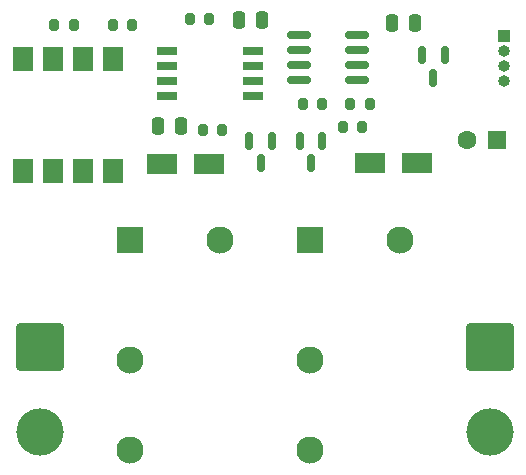
<source format=gbr>
%TF.GenerationSoftware,KiCad,Pcbnew,(6.0.0)*%
%TF.CreationDate,2022-01-08T23:02:58+00:00*%
%TF.ProjectId,2Relay,3252656c-6179-42e6-9b69-6361645f7063,rev?*%
%TF.SameCoordinates,Original*%
%TF.FileFunction,Soldermask,Top*%
%TF.FilePolarity,Negative*%
%FSLAX46Y46*%
G04 Gerber Fmt 4.6, Leading zero omitted, Abs format (unit mm)*
G04 Created by KiCad (PCBNEW (6.0.0)) date 2022-01-08 23:02:58*
%MOMM*%
%LPD*%
G01*
G04 APERTURE LIST*
G04 Aperture macros list*
%AMRoundRect*
0 Rectangle with rounded corners*
0 $1 Rounding radius*
0 $2 $3 $4 $5 $6 $7 $8 $9 X,Y pos of 4 corners*
0 Add a 4 corners polygon primitive as box body*
4,1,4,$2,$3,$4,$5,$6,$7,$8,$9,$2,$3,0*
0 Add four circle primitives for the rounded corners*
1,1,$1+$1,$2,$3*
1,1,$1+$1,$4,$5*
1,1,$1+$1,$6,$7*
1,1,$1+$1,$8,$9*
0 Add four rect primitives between the rounded corners*
20,1,$1+$1,$2,$3,$4,$5,0*
20,1,$1+$1,$4,$5,$6,$7,0*
20,1,$1+$1,$6,$7,$8,$9,0*
20,1,$1+$1,$8,$9,$2,$3,0*%
G04 Aperture macros list end*
%ADD10R,1.000000X1.000000*%
%ADD11O,1.000000X1.000000*%
%ADD12RoundRect,0.150000X-0.150000X0.587500X-0.150000X-0.587500X0.150000X-0.587500X0.150000X0.587500X0*%
%ADD13RoundRect,0.250000X-0.250000X-0.475000X0.250000X-0.475000X0.250000X0.475000X-0.250000X0.475000X0*%
%ADD14RoundRect,0.150000X-0.825000X-0.150000X0.825000X-0.150000X0.825000X0.150000X-0.825000X0.150000X0*%
%ADD15R,2.500000X1.800000*%
%ADD16RoundRect,0.200000X0.200000X0.275000X-0.200000X0.275000X-0.200000X-0.275000X0.200000X-0.275000X0*%
%ADD17RoundRect,0.200000X-0.200000X-0.275000X0.200000X-0.275000X0.200000X0.275000X-0.200000X0.275000X0*%
%ADD18R,2.300000X2.300000*%
%ADD19C,2.300000*%
%ADD20RoundRect,0.250000X-1.750000X1.750000X-1.750000X-1.750000X1.750000X-1.750000X1.750000X1.750000X0*%
%ADD21C,4.000000*%
%ADD22R,1.600000X1.600000*%
%ADD23C,1.600000*%
%ADD24R,1.780000X2.000000*%
%ADD25R,1.700000X0.650000*%
G04 APERTURE END LIST*
D10*
%TO.C,J1*%
X126288800Y-50038000D03*
D11*
X126288800Y-51308000D03*
X126288800Y-52578000D03*
X126288800Y-53848000D03*
%TD*%
D12*
%TO.C,Q2*%
X110881200Y-58904900D03*
X108981200Y-58904900D03*
X109931200Y-60779900D03*
%TD*%
D13*
%TO.C,C2*%
X116819600Y-48920400D03*
X118719600Y-48920400D03*
%TD*%
D12*
%TO.C,Q1*%
X106614000Y-58904900D03*
X104714000Y-58904900D03*
X105664000Y-60779900D03*
%TD*%
D14*
%TO.C,U2*%
X108878600Y-49961800D03*
X108878600Y-51231800D03*
X108878600Y-52501800D03*
X108878600Y-53771800D03*
X113828600Y-53771800D03*
X113828600Y-52501800D03*
X113828600Y-51231800D03*
X113828600Y-49961800D03*
%TD*%
D15*
%TO.C,D2*%
X97314000Y-60858400D03*
X101314000Y-60858400D03*
%TD*%
D16*
%TO.C,R5*%
X89826600Y-49072800D03*
X88176600Y-49072800D03*
%TD*%
D17*
%TO.C,R7*%
X114249200Y-57759600D03*
X112599200Y-57759600D03*
%TD*%
D18*
%TO.C,K2*%
X109865000Y-67325000D03*
D19*
X109865000Y-77485000D03*
X109865000Y-85105000D03*
X117485000Y-67325000D03*
%TD*%
D12*
%TO.C,D1*%
X121244400Y-51691300D03*
X119344400Y-51691300D03*
X120294400Y-53566300D03*
%TD*%
D16*
%TO.C,R1*%
X110857800Y-55829200D03*
X109207800Y-55829200D03*
%TD*%
D20*
%TO.C,J3*%
X125095000Y-76410000D03*
D21*
X125095000Y-83610000D03*
%TD*%
D13*
%TO.C,C3*%
X96992400Y-57658000D03*
X98892400Y-57658000D03*
%TD*%
D18*
%TO.C,K1*%
X94625000Y-67325000D03*
D19*
X94625000Y-77485000D03*
X94625000Y-85105000D03*
X102245000Y-67325000D03*
%TD*%
D16*
%TO.C,R2*%
X101307400Y-48615600D03*
X99657400Y-48615600D03*
%TD*%
%TO.C,R4*%
X94805000Y-49072800D03*
X93155000Y-49072800D03*
%TD*%
D15*
%TO.C,D3*%
X118941600Y-60807600D03*
X114941600Y-60807600D03*
%TD*%
D13*
%TO.C,C1*%
X103850400Y-48666400D03*
X105750400Y-48666400D03*
%TD*%
D22*
%TO.C,C4*%
X125642380Y-58826400D03*
D23*
X123142380Y-58826400D03*
%TD*%
D24*
%TO.C,U3*%
X93167200Y-51978600D03*
X90627200Y-51978600D03*
X88087200Y-51978600D03*
X85547200Y-51978600D03*
X85547200Y-61508600D03*
X88087200Y-61508600D03*
X90627200Y-61508600D03*
X93167200Y-61508600D03*
%TD*%
D17*
%TO.C,R3*%
X113233200Y-55829200D03*
X114883200Y-55829200D03*
%TD*%
%TO.C,R6*%
X100775000Y-57962800D03*
X102425000Y-57962800D03*
%TD*%
D25*
%TO.C,U1*%
X97696000Y-51333400D03*
X97696000Y-52603400D03*
X97696000Y-53873400D03*
X97696000Y-55143400D03*
X104996000Y-55143400D03*
X104996000Y-53873400D03*
X104996000Y-52603400D03*
X104996000Y-51333400D03*
%TD*%
D20*
%TO.C,J2*%
X86995000Y-76410000D03*
D21*
X86995000Y-83610000D03*
%TD*%
M02*

</source>
